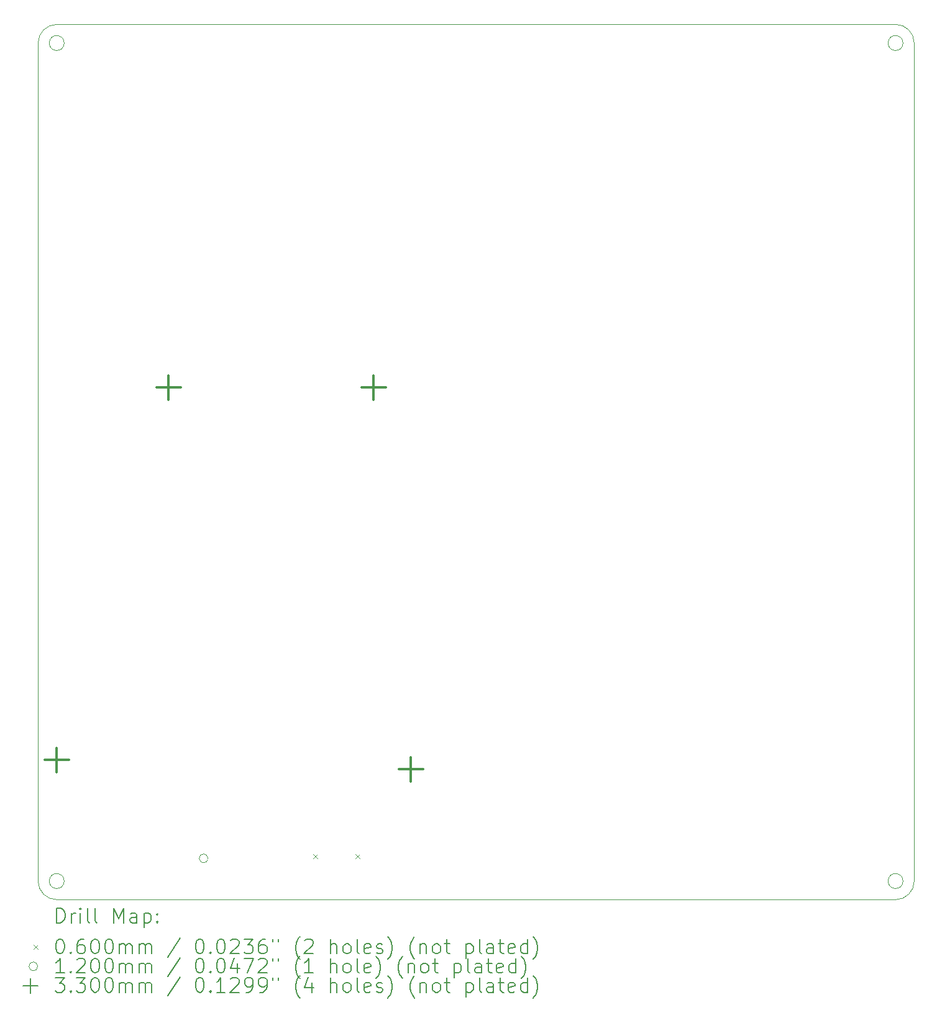
<source format=gbr>
%TF.GenerationSoftware,KiCad,Pcbnew,(6.0.9)*%
%TF.CreationDate,2023-02-20T14:31:16-05:00*%
%TF.ProjectId,UDuino,55447569-6e6f-42e6-9b69-6361645f7063,rev?*%
%TF.SameCoordinates,Original*%
%TF.FileFunction,Drillmap*%
%TF.FilePolarity,Positive*%
%FSLAX45Y45*%
G04 Gerber Fmt 4.5, Leading zero omitted, Abs format (unit mm)*
G04 Created by KiCad (PCBNEW (6.0.9)) date 2023-02-20 14:31:16*
%MOMM*%
%LPD*%
G01*
G04 APERTURE LIST*
%ADD10C,0.100000*%
%ADD11C,0.200000*%
%ADD12C,0.060000*%
%ADD13C,0.120000*%
%ADD14C,0.330000*%
G04 APERTURE END LIST*
D10*
X11684000Y-11938000D02*
G75*
G03*
X11938000Y-11684000I0J254000D01*
G01*
X11938000Y-11684000D02*
X11938000Y-254000D01*
X254000Y0D02*
G75*
G03*
X0Y-254000I0J-254000D01*
G01*
X11785600Y-254000D02*
G75*
G03*
X11785600Y-254000I-101600J0D01*
G01*
X11684000Y0D02*
X254000Y0D01*
X355600Y-11684000D02*
G75*
G03*
X355600Y-11684000I-101600J0D01*
G01*
X0Y-254000D02*
X0Y-11684000D01*
X0Y-11684000D02*
G75*
G03*
X254000Y-11938000I254000J0D01*
G01*
X355600Y-254000D02*
G75*
G03*
X355600Y-254000I-101600J0D01*
G01*
X11938000Y-254000D02*
G75*
G03*
X11684000Y0I-254000J0D01*
G01*
X11785600Y-11684000D02*
G75*
G03*
X11785600Y-11684000I-101600J0D01*
G01*
X254000Y-11938000D02*
X11684000Y-11938000D01*
D11*
D12*
X3745000Y-11319900D02*
X3805000Y-11379900D01*
X3805000Y-11319900D02*
X3745000Y-11379900D01*
X4323000Y-11319900D02*
X4383000Y-11379900D01*
X4383000Y-11319900D02*
X4323000Y-11379900D01*
D13*
X2315000Y-11374300D02*
G75*
G03*
X2315000Y-11374300I-60000J0D01*
G01*
D14*
X254000Y-9868000D02*
X254000Y-10198000D01*
X89000Y-10033000D02*
X419000Y-10033000D01*
X1778000Y-4788000D02*
X1778000Y-5118000D01*
X1613000Y-4953000D02*
X1943000Y-4953000D01*
X4572000Y-4788000D02*
X4572000Y-5118000D01*
X4407000Y-4953000D02*
X4737000Y-4953000D01*
X5080000Y-9995000D02*
X5080000Y-10325000D01*
X4915000Y-10160000D02*
X5245000Y-10160000D01*
D11*
X252619Y-12253476D02*
X252619Y-12053476D01*
X300238Y-12053476D01*
X328810Y-12063000D01*
X347857Y-12082048D01*
X357381Y-12101095D01*
X366905Y-12139190D01*
X366905Y-12167762D01*
X357381Y-12205857D01*
X347857Y-12224905D01*
X328810Y-12243952D01*
X300238Y-12253476D01*
X252619Y-12253476D01*
X452619Y-12253476D02*
X452619Y-12120143D01*
X452619Y-12158238D02*
X462143Y-12139190D01*
X471667Y-12129667D01*
X490714Y-12120143D01*
X509762Y-12120143D01*
X576429Y-12253476D02*
X576429Y-12120143D01*
X576429Y-12053476D02*
X566905Y-12063000D01*
X576429Y-12072524D01*
X585952Y-12063000D01*
X576429Y-12053476D01*
X576429Y-12072524D01*
X700238Y-12253476D02*
X681190Y-12243952D01*
X671667Y-12224905D01*
X671667Y-12053476D01*
X805000Y-12253476D02*
X785952Y-12243952D01*
X776428Y-12224905D01*
X776428Y-12053476D01*
X1033571Y-12253476D02*
X1033571Y-12053476D01*
X1100238Y-12196333D01*
X1166905Y-12053476D01*
X1166905Y-12253476D01*
X1347857Y-12253476D02*
X1347857Y-12148714D01*
X1338333Y-12129667D01*
X1319286Y-12120143D01*
X1281190Y-12120143D01*
X1262143Y-12129667D01*
X1347857Y-12243952D02*
X1328810Y-12253476D01*
X1281190Y-12253476D01*
X1262143Y-12243952D01*
X1252619Y-12224905D01*
X1252619Y-12205857D01*
X1262143Y-12186809D01*
X1281190Y-12177286D01*
X1328810Y-12177286D01*
X1347857Y-12167762D01*
X1443095Y-12120143D02*
X1443095Y-12320143D01*
X1443095Y-12129667D02*
X1462143Y-12120143D01*
X1500238Y-12120143D01*
X1519286Y-12129667D01*
X1528809Y-12139190D01*
X1538333Y-12158238D01*
X1538333Y-12215381D01*
X1528809Y-12234428D01*
X1519286Y-12243952D01*
X1500238Y-12253476D01*
X1462143Y-12253476D01*
X1443095Y-12243952D01*
X1624048Y-12234428D02*
X1633571Y-12243952D01*
X1624048Y-12253476D01*
X1614524Y-12243952D01*
X1624048Y-12234428D01*
X1624048Y-12253476D01*
X1624048Y-12129667D02*
X1633571Y-12139190D01*
X1624048Y-12148714D01*
X1614524Y-12139190D01*
X1624048Y-12129667D01*
X1624048Y-12148714D01*
D12*
X-65000Y-12553000D02*
X-5000Y-12613000D01*
X-5000Y-12553000D02*
X-65000Y-12613000D01*
D11*
X290714Y-12473476D02*
X309762Y-12473476D01*
X328810Y-12483000D01*
X338333Y-12492524D01*
X347857Y-12511571D01*
X357381Y-12549667D01*
X357381Y-12597286D01*
X347857Y-12635381D01*
X338333Y-12654428D01*
X328810Y-12663952D01*
X309762Y-12673476D01*
X290714Y-12673476D01*
X271667Y-12663952D01*
X262143Y-12654428D01*
X252619Y-12635381D01*
X243095Y-12597286D01*
X243095Y-12549667D01*
X252619Y-12511571D01*
X262143Y-12492524D01*
X271667Y-12483000D01*
X290714Y-12473476D01*
X443095Y-12654428D02*
X452619Y-12663952D01*
X443095Y-12673476D01*
X433571Y-12663952D01*
X443095Y-12654428D01*
X443095Y-12673476D01*
X624048Y-12473476D02*
X585952Y-12473476D01*
X566905Y-12483000D01*
X557381Y-12492524D01*
X538333Y-12521095D01*
X528810Y-12559190D01*
X528810Y-12635381D01*
X538333Y-12654428D01*
X547857Y-12663952D01*
X566905Y-12673476D01*
X605000Y-12673476D01*
X624048Y-12663952D01*
X633571Y-12654428D01*
X643095Y-12635381D01*
X643095Y-12587762D01*
X633571Y-12568714D01*
X624048Y-12559190D01*
X605000Y-12549667D01*
X566905Y-12549667D01*
X547857Y-12559190D01*
X538333Y-12568714D01*
X528810Y-12587762D01*
X766905Y-12473476D02*
X785952Y-12473476D01*
X805000Y-12483000D01*
X814524Y-12492524D01*
X824048Y-12511571D01*
X833571Y-12549667D01*
X833571Y-12597286D01*
X824048Y-12635381D01*
X814524Y-12654428D01*
X805000Y-12663952D01*
X785952Y-12673476D01*
X766905Y-12673476D01*
X747857Y-12663952D01*
X738333Y-12654428D01*
X728809Y-12635381D01*
X719286Y-12597286D01*
X719286Y-12549667D01*
X728809Y-12511571D01*
X738333Y-12492524D01*
X747857Y-12483000D01*
X766905Y-12473476D01*
X957381Y-12473476D02*
X976428Y-12473476D01*
X995476Y-12483000D01*
X1005000Y-12492524D01*
X1014524Y-12511571D01*
X1024048Y-12549667D01*
X1024048Y-12597286D01*
X1014524Y-12635381D01*
X1005000Y-12654428D01*
X995476Y-12663952D01*
X976428Y-12673476D01*
X957381Y-12673476D01*
X938333Y-12663952D01*
X928809Y-12654428D01*
X919286Y-12635381D01*
X909762Y-12597286D01*
X909762Y-12549667D01*
X919286Y-12511571D01*
X928809Y-12492524D01*
X938333Y-12483000D01*
X957381Y-12473476D01*
X1109762Y-12673476D02*
X1109762Y-12540143D01*
X1109762Y-12559190D02*
X1119286Y-12549667D01*
X1138333Y-12540143D01*
X1166905Y-12540143D01*
X1185952Y-12549667D01*
X1195476Y-12568714D01*
X1195476Y-12673476D01*
X1195476Y-12568714D02*
X1205000Y-12549667D01*
X1224048Y-12540143D01*
X1252619Y-12540143D01*
X1271667Y-12549667D01*
X1281190Y-12568714D01*
X1281190Y-12673476D01*
X1376429Y-12673476D02*
X1376429Y-12540143D01*
X1376429Y-12559190D02*
X1385952Y-12549667D01*
X1405000Y-12540143D01*
X1433571Y-12540143D01*
X1452619Y-12549667D01*
X1462143Y-12568714D01*
X1462143Y-12673476D01*
X1462143Y-12568714D02*
X1471667Y-12549667D01*
X1490714Y-12540143D01*
X1519286Y-12540143D01*
X1538333Y-12549667D01*
X1547857Y-12568714D01*
X1547857Y-12673476D01*
X1938333Y-12463952D02*
X1766905Y-12721095D01*
X2195476Y-12473476D02*
X2214524Y-12473476D01*
X2233571Y-12483000D01*
X2243095Y-12492524D01*
X2252619Y-12511571D01*
X2262143Y-12549667D01*
X2262143Y-12597286D01*
X2252619Y-12635381D01*
X2243095Y-12654428D01*
X2233571Y-12663952D01*
X2214524Y-12673476D01*
X2195476Y-12673476D01*
X2176429Y-12663952D01*
X2166905Y-12654428D01*
X2157381Y-12635381D01*
X2147857Y-12597286D01*
X2147857Y-12549667D01*
X2157381Y-12511571D01*
X2166905Y-12492524D01*
X2176429Y-12483000D01*
X2195476Y-12473476D01*
X2347857Y-12654428D02*
X2357381Y-12663952D01*
X2347857Y-12673476D01*
X2338333Y-12663952D01*
X2347857Y-12654428D01*
X2347857Y-12673476D01*
X2481190Y-12473476D02*
X2500238Y-12473476D01*
X2519286Y-12483000D01*
X2528810Y-12492524D01*
X2538333Y-12511571D01*
X2547857Y-12549667D01*
X2547857Y-12597286D01*
X2538333Y-12635381D01*
X2528810Y-12654428D01*
X2519286Y-12663952D01*
X2500238Y-12673476D01*
X2481190Y-12673476D01*
X2462143Y-12663952D01*
X2452619Y-12654428D01*
X2443095Y-12635381D01*
X2433571Y-12597286D01*
X2433571Y-12549667D01*
X2443095Y-12511571D01*
X2452619Y-12492524D01*
X2462143Y-12483000D01*
X2481190Y-12473476D01*
X2624048Y-12492524D02*
X2633571Y-12483000D01*
X2652619Y-12473476D01*
X2700238Y-12473476D01*
X2719286Y-12483000D01*
X2728810Y-12492524D01*
X2738333Y-12511571D01*
X2738333Y-12530619D01*
X2728810Y-12559190D01*
X2614524Y-12673476D01*
X2738333Y-12673476D01*
X2805000Y-12473476D02*
X2928809Y-12473476D01*
X2862143Y-12549667D01*
X2890714Y-12549667D01*
X2909762Y-12559190D01*
X2919286Y-12568714D01*
X2928809Y-12587762D01*
X2928809Y-12635381D01*
X2919286Y-12654428D01*
X2909762Y-12663952D01*
X2890714Y-12673476D01*
X2833571Y-12673476D01*
X2814524Y-12663952D01*
X2805000Y-12654428D01*
X3100238Y-12473476D02*
X3062143Y-12473476D01*
X3043095Y-12483000D01*
X3033571Y-12492524D01*
X3014524Y-12521095D01*
X3005000Y-12559190D01*
X3005000Y-12635381D01*
X3014524Y-12654428D01*
X3024048Y-12663952D01*
X3043095Y-12673476D01*
X3081190Y-12673476D01*
X3100238Y-12663952D01*
X3109762Y-12654428D01*
X3119286Y-12635381D01*
X3119286Y-12587762D01*
X3109762Y-12568714D01*
X3100238Y-12559190D01*
X3081190Y-12549667D01*
X3043095Y-12549667D01*
X3024048Y-12559190D01*
X3014524Y-12568714D01*
X3005000Y-12587762D01*
X3195476Y-12473476D02*
X3195476Y-12511571D01*
X3271667Y-12473476D02*
X3271667Y-12511571D01*
X3566905Y-12749667D02*
X3557381Y-12740143D01*
X3538333Y-12711571D01*
X3528809Y-12692524D01*
X3519286Y-12663952D01*
X3509762Y-12616333D01*
X3509762Y-12578238D01*
X3519286Y-12530619D01*
X3528809Y-12502048D01*
X3538333Y-12483000D01*
X3557381Y-12454428D01*
X3566905Y-12444905D01*
X3633571Y-12492524D02*
X3643095Y-12483000D01*
X3662143Y-12473476D01*
X3709762Y-12473476D01*
X3728809Y-12483000D01*
X3738333Y-12492524D01*
X3747857Y-12511571D01*
X3747857Y-12530619D01*
X3738333Y-12559190D01*
X3624048Y-12673476D01*
X3747857Y-12673476D01*
X3985952Y-12673476D02*
X3985952Y-12473476D01*
X4071667Y-12673476D02*
X4071667Y-12568714D01*
X4062143Y-12549667D01*
X4043095Y-12540143D01*
X4014524Y-12540143D01*
X3995476Y-12549667D01*
X3985952Y-12559190D01*
X4195476Y-12673476D02*
X4176428Y-12663952D01*
X4166905Y-12654428D01*
X4157381Y-12635381D01*
X4157381Y-12578238D01*
X4166905Y-12559190D01*
X4176428Y-12549667D01*
X4195476Y-12540143D01*
X4224048Y-12540143D01*
X4243095Y-12549667D01*
X4252619Y-12559190D01*
X4262143Y-12578238D01*
X4262143Y-12635381D01*
X4252619Y-12654428D01*
X4243095Y-12663952D01*
X4224048Y-12673476D01*
X4195476Y-12673476D01*
X4376429Y-12673476D02*
X4357381Y-12663952D01*
X4347857Y-12644905D01*
X4347857Y-12473476D01*
X4528810Y-12663952D02*
X4509762Y-12673476D01*
X4471667Y-12673476D01*
X4452619Y-12663952D01*
X4443095Y-12644905D01*
X4443095Y-12568714D01*
X4452619Y-12549667D01*
X4471667Y-12540143D01*
X4509762Y-12540143D01*
X4528810Y-12549667D01*
X4538333Y-12568714D01*
X4538333Y-12587762D01*
X4443095Y-12606809D01*
X4614524Y-12663952D02*
X4633571Y-12673476D01*
X4671667Y-12673476D01*
X4690714Y-12663952D01*
X4700238Y-12644905D01*
X4700238Y-12635381D01*
X4690714Y-12616333D01*
X4671667Y-12606809D01*
X4643095Y-12606809D01*
X4624048Y-12597286D01*
X4614524Y-12578238D01*
X4614524Y-12568714D01*
X4624048Y-12549667D01*
X4643095Y-12540143D01*
X4671667Y-12540143D01*
X4690714Y-12549667D01*
X4766905Y-12749667D02*
X4776429Y-12740143D01*
X4795476Y-12711571D01*
X4805000Y-12692524D01*
X4814524Y-12663952D01*
X4824048Y-12616333D01*
X4824048Y-12578238D01*
X4814524Y-12530619D01*
X4805000Y-12502048D01*
X4795476Y-12483000D01*
X4776429Y-12454428D01*
X4766905Y-12444905D01*
X5128810Y-12749667D02*
X5119286Y-12740143D01*
X5100238Y-12711571D01*
X5090714Y-12692524D01*
X5081190Y-12663952D01*
X5071667Y-12616333D01*
X5071667Y-12578238D01*
X5081190Y-12530619D01*
X5090714Y-12502048D01*
X5100238Y-12483000D01*
X5119286Y-12454428D01*
X5128810Y-12444905D01*
X5205000Y-12540143D02*
X5205000Y-12673476D01*
X5205000Y-12559190D02*
X5214524Y-12549667D01*
X5233571Y-12540143D01*
X5262143Y-12540143D01*
X5281190Y-12549667D01*
X5290714Y-12568714D01*
X5290714Y-12673476D01*
X5414524Y-12673476D02*
X5395476Y-12663952D01*
X5385952Y-12654428D01*
X5376429Y-12635381D01*
X5376429Y-12578238D01*
X5385952Y-12559190D01*
X5395476Y-12549667D01*
X5414524Y-12540143D01*
X5443095Y-12540143D01*
X5462143Y-12549667D01*
X5471667Y-12559190D01*
X5481190Y-12578238D01*
X5481190Y-12635381D01*
X5471667Y-12654428D01*
X5462143Y-12663952D01*
X5443095Y-12673476D01*
X5414524Y-12673476D01*
X5538333Y-12540143D02*
X5614524Y-12540143D01*
X5566905Y-12473476D02*
X5566905Y-12644905D01*
X5576429Y-12663952D01*
X5595476Y-12673476D01*
X5614524Y-12673476D01*
X5833571Y-12540143D02*
X5833571Y-12740143D01*
X5833571Y-12549667D02*
X5852619Y-12540143D01*
X5890714Y-12540143D01*
X5909762Y-12549667D01*
X5919286Y-12559190D01*
X5928809Y-12578238D01*
X5928809Y-12635381D01*
X5919286Y-12654428D01*
X5909762Y-12663952D01*
X5890714Y-12673476D01*
X5852619Y-12673476D01*
X5833571Y-12663952D01*
X6043095Y-12673476D02*
X6024048Y-12663952D01*
X6014524Y-12644905D01*
X6014524Y-12473476D01*
X6205000Y-12673476D02*
X6205000Y-12568714D01*
X6195476Y-12549667D01*
X6176428Y-12540143D01*
X6138333Y-12540143D01*
X6119286Y-12549667D01*
X6205000Y-12663952D02*
X6185952Y-12673476D01*
X6138333Y-12673476D01*
X6119286Y-12663952D01*
X6109762Y-12644905D01*
X6109762Y-12625857D01*
X6119286Y-12606809D01*
X6138333Y-12597286D01*
X6185952Y-12597286D01*
X6205000Y-12587762D01*
X6271667Y-12540143D02*
X6347857Y-12540143D01*
X6300238Y-12473476D02*
X6300238Y-12644905D01*
X6309762Y-12663952D01*
X6328809Y-12673476D01*
X6347857Y-12673476D01*
X6490714Y-12663952D02*
X6471667Y-12673476D01*
X6433571Y-12673476D01*
X6414524Y-12663952D01*
X6405000Y-12644905D01*
X6405000Y-12568714D01*
X6414524Y-12549667D01*
X6433571Y-12540143D01*
X6471667Y-12540143D01*
X6490714Y-12549667D01*
X6500238Y-12568714D01*
X6500238Y-12587762D01*
X6405000Y-12606809D01*
X6671667Y-12673476D02*
X6671667Y-12473476D01*
X6671667Y-12663952D02*
X6652619Y-12673476D01*
X6614524Y-12673476D01*
X6595476Y-12663952D01*
X6585952Y-12654428D01*
X6576428Y-12635381D01*
X6576428Y-12578238D01*
X6585952Y-12559190D01*
X6595476Y-12549667D01*
X6614524Y-12540143D01*
X6652619Y-12540143D01*
X6671667Y-12549667D01*
X6747857Y-12749667D02*
X6757381Y-12740143D01*
X6776428Y-12711571D01*
X6785952Y-12692524D01*
X6795476Y-12663952D01*
X6805000Y-12616333D01*
X6805000Y-12578238D01*
X6795476Y-12530619D01*
X6785952Y-12502048D01*
X6776428Y-12483000D01*
X6757381Y-12454428D01*
X6747857Y-12444905D01*
D13*
X-5000Y-12847000D02*
G75*
G03*
X-5000Y-12847000I-60000J0D01*
G01*
D11*
X357381Y-12937476D02*
X243095Y-12937476D01*
X300238Y-12937476D02*
X300238Y-12737476D01*
X281190Y-12766048D01*
X262143Y-12785095D01*
X243095Y-12794619D01*
X443095Y-12918428D02*
X452619Y-12927952D01*
X443095Y-12937476D01*
X433571Y-12927952D01*
X443095Y-12918428D01*
X443095Y-12937476D01*
X528810Y-12756524D02*
X538333Y-12747000D01*
X557381Y-12737476D01*
X605000Y-12737476D01*
X624048Y-12747000D01*
X633571Y-12756524D01*
X643095Y-12775571D01*
X643095Y-12794619D01*
X633571Y-12823190D01*
X519286Y-12937476D01*
X643095Y-12937476D01*
X766905Y-12737476D02*
X785952Y-12737476D01*
X805000Y-12747000D01*
X814524Y-12756524D01*
X824048Y-12775571D01*
X833571Y-12813667D01*
X833571Y-12861286D01*
X824048Y-12899381D01*
X814524Y-12918428D01*
X805000Y-12927952D01*
X785952Y-12937476D01*
X766905Y-12937476D01*
X747857Y-12927952D01*
X738333Y-12918428D01*
X728809Y-12899381D01*
X719286Y-12861286D01*
X719286Y-12813667D01*
X728809Y-12775571D01*
X738333Y-12756524D01*
X747857Y-12747000D01*
X766905Y-12737476D01*
X957381Y-12737476D02*
X976428Y-12737476D01*
X995476Y-12747000D01*
X1005000Y-12756524D01*
X1014524Y-12775571D01*
X1024048Y-12813667D01*
X1024048Y-12861286D01*
X1014524Y-12899381D01*
X1005000Y-12918428D01*
X995476Y-12927952D01*
X976428Y-12937476D01*
X957381Y-12937476D01*
X938333Y-12927952D01*
X928809Y-12918428D01*
X919286Y-12899381D01*
X909762Y-12861286D01*
X909762Y-12813667D01*
X919286Y-12775571D01*
X928809Y-12756524D01*
X938333Y-12747000D01*
X957381Y-12737476D01*
X1109762Y-12937476D02*
X1109762Y-12804143D01*
X1109762Y-12823190D02*
X1119286Y-12813667D01*
X1138333Y-12804143D01*
X1166905Y-12804143D01*
X1185952Y-12813667D01*
X1195476Y-12832714D01*
X1195476Y-12937476D01*
X1195476Y-12832714D02*
X1205000Y-12813667D01*
X1224048Y-12804143D01*
X1252619Y-12804143D01*
X1271667Y-12813667D01*
X1281190Y-12832714D01*
X1281190Y-12937476D01*
X1376429Y-12937476D02*
X1376429Y-12804143D01*
X1376429Y-12823190D02*
X1385952Y-12813667D01*
X1405000Y-12804143D01*
X1433571Y-12804143D01*
X1452619Y-12813667D01*
X1462143Y-12832714D01*
X1462143Y-12937476D01*
X1462143Y-12832714D02*
X1471667Y-12813667D01*
X1490714Y-12804143D01*
X1519286Y-12804143D01*
X1538333Y-12813667D01*
X1547857Y-12832714D01*
X1547857Y-12937476D01*
X1938333Y-12727952D02*
X1766905Y-12985095D01*
X2195476Y-12737476D02*
X2214524Y-12737476D01*
X2233571Y-12747000D01*
X2243095Y-12756524D01*
X2252619Y-12775571D01*
X2262143Y-12813667D01*
X2262143Y-12861286D01*
X2252619Y-12899381D01*
X2243095Y-12918428D01*
X2233571Y-12927952D01*
X2214524Y-12937476D01*
X2195476Y-12937476D01*
X2176429Y-12927952D01*
X2166905Y-12918428D01*
X2157381Y-12899381D01*
X2147857Y-12861286D01*
X2147857Y-12813667D01*
X2157381Y-12775571D01*
X2166905Y-12756524D01*
X2176429Y-12747000D01*
X2195476Y-12737476D01*
X2347857Y-12918428D02*
X2357381Y-12927952D01*
X2347857Y-12937476D01*
X2338333Y-12927952D01*
X2347857Y-12918428D01*
X2347857Y-12937476D01*
X2481190Y-12737476D02*
X2500238Y-12737476D01*
X2519286Y-12747000D01*
X2528810Y-12756524D01*
X2538333Y-12775571D01*
X2547857Y-12813667D01*
X2547857Y-12861286D01*
X2538333Y-12899381D01*
X2528810Y-12918428D01*
X2519286Y-12927952D01*
X2500238Y-12937476D01*
X2481190Y-12937476D01*
X2462143Y-12927952D01*
X2452619Y-12918428D01*
X2443095Y-12899381D01*
X2433571Y-12861286D01*
X2433571Y-12813667D01*
X2443095Y-12775571D01*
X2452619Y-12756524D01*
X2462143Y-12747000D01*
X2481190Y-12737476D01*
X2719286Y-12804143D02*
X2719286Y-12937476D01*
X2671667Y-12727952D02*
X2624048Y-12870809D01*
X2747857Y-12870809D01*
X2805000Y-12737476D02*
X2938333Y-12737476D01*
X2852619Y-12937476D01*
X3005000Y-12756524D02*
X3014524Y-12747000D01*
X3033571Y-12737476D01*
X3081190Y-12737476D01*
X3100238Y-12747000D01*
X3109762Y-12756524D01*
X3119286Y-12775571D01*
X3119286Y-12794619D01*
X3109762Y-12823190D01*
X2995476Y-12937476D01*
X3119286Y-12937476D01*
X3195476Y-12737476D02*
X3195476Y-12775571D01*
X3271667Y-12737476D02*
X3271667Y-12775571D01*
X3566905Y-13013667D02*
X3557381Y-13004143D01*
X3538333Y-12975571D01*
X3528809Y-12956524D01*
X3519286Y-12927952D01*
X3509762Y-12880333D01*
X3509762Y-12842238D01*
X3519286Y-12794619D01*
X3528809Y-12766048D01*
X3538333Y-12747000D01*
X3557381Y-12718428D01*
X3566905Y-12708905D01*
X3747857Y-12937476D02*
X3633571Y-12937476D01*
X3690714Y-12937476D02*
X3690714Y-12737476D01*
X3671667Y-12766048D01*
X3652619Y-12785095D01*
X3633571Y-12794619D01*
X3985952Y-12937476D02*
X3985952Y-12737476D01*
X4071667Y-12937476D02*
X4071667Y-12832714D01*
X4062143Y-12813667D01*
X4043095Y-12804143D01*
X4014524Y-12804143D01*
X3995476Y-12813667D01*
X3985952Y-12823190D01*
X4195476Y-12937476D02*
X4176428Y-12927952D01*
X4166905Y-12918428D01*
X4157381Y-12899381D01*
X4157381Y-12842238D01*
X4166905Y-12823190D01*
X4176428Y-12813667D01*
X4195476Y-12804143D01*
X4224048Y-12804143D01*
X4243095Y-12813667D01*
X4252619Y-12823190D01*
X4262143Y-12842238D01*
X4262143Y-12899381D01*
X4252619Y-12918428D01*
X4243095Y-12927952D01*
X4224048Y-12937476D01*
X4195476Y-12937476D01*
X4376429Y-12937476D02*
X4357381Y-12927952D01*
X4347857Y-12908905D01*
X4347857Y-12737476D01*
X4528810Y-12927952D02*
X4509762Y-12937476D01*
X4471667Y-12937476D01*
X4452619Y-12927952D01*
X4443095Y-12908905D01*
X4443095Y-12832714D01*
X4452619Y-12813667D01*
X4471667Y-12804143D01*
X4509762Y-12804143D01*
X4528810Y-12813667D01*
X4538333Y-12832714D01*
X4538333Y-12851762D01*
X4443095Y-12870809D01*
X4605000Y-13013667D02*
X4614524Y-13004143D01*
X4633571Y-12975571D01*
X4643095Y-12956524D01*
X4652619Y-12927952D01*
X4662143Y-12880333D01*
X4662143Y-12842238D01*
X4652619Y-12794619D01*
X4643095Y-12766048D01*
X4633571Y-12747000D01*
X4614524Y-12718428D01*
X4605000Y-12708905D01*
X4966905Y-13013667D02*
X4957381Y-13004143D01*
X4938333Y-12975571D01*
X4928810Y-12956524D01*
X4919286Y-12927952D01*
X4909762Y-12880333D01*
X4909762Y-12842238D01*
X4919286Y-12794619D01*
X4928810Y-12766048D01*
X4938333Y-12747000D01*
X4957381Y-12718428D01*
X4966905Y-12708905D01*
X5043095Y-12804143D02*
X5043095Y-12937476D01*
X5043095Y-12823190D02*
X5052619Y-12813667D01*
X5071667Y-12804143D01*
X5100238Y-12804143D01*
X5119286Y-12813667D01*
X5128810Y-12832714D01*
X5128810Y-12937476D01*
X5252619Y-12937476D02*
X5233571Y-12927952D01*
X5224048Y-12918428D01*
X5214524Y-12899381D01*
X5214524Y-12842238D01*
X5224048Y-12823190D01*
X5233571Y-12813667D01*
X5252619Y-12804143D01*
X5281190Y-12804143D01*
X5300238Y-12813667D01*
X5309762Y-12823190D01*
X5319286Y-12842238D01*
X5319286Y-12899381D01*
X5309762Y-12918428D01*
X5300238Y-12927952D01*
X5281190Y-12937476D01*
X5252619Y-12937476D01*
X5376429Y-12804143D02*
X5452619Y-12804143D01*
X5405000Y-12737476D02*
X5405000Y-12908905D01*
X5414524Y-12927952D01*
X5433571Y-12937476D01*
X5452619Y-12937476D01*
X5671667Y-12804143D02*
X5671667Y-13004143D01*
X5671667Y-12813667D02*
X5690714Y-12804143D01*
X5728809Y-12804143D01*
X5747857Y-12813667D01*
X5757381Y-12823190D01*
X5766905Y-12842238D01*
X5766905Y-12899381D01*
X5757381Y-12918428D01*
X5747857Y-12927952D01*
X5728809Y-12937476D01*
X5690714Y-12937476D01*
X5671667Y-12927952D01*
X5881190Y-12937476D02*
X5862143Y-12927952D01*
X5852619Y-12908905D01*
X5852619Y-12737476D01*
X6043095Y-12937476D02*
X6043095Y-12832714D01*
X6033571Y-12813667D01*
X6014524Y-12804143D01*
X5976428Y-12804143D01*
X5957381Y-12813667D01*
X6043095Y-12927952D02*
X6024048Y-12937476D01*
X5976428Y-12937476D01*
X5957381Y-12927952D01*
X5947857Y-12908905D01*
X5947857Y-12889857D01*
X5957381Y-12870809D01*
X5976428Y-12861286D01*
X6024048Y-12861286D01*
X6043095Y-12851762D01*
X6109762Y-12804143D02*
X6185952Y-12804143D01*
X6138333Y-12737476D02*
X6138333Y-12908905D01*
X6147857Y-12927952D01*
X6166905Y-12937476D01*
X6185952Y-12937476D01*
X6328809Y-12927952D02*
X6309762Y-12937476D01*
X6271667Y-12937476D01*
X6252619Y-12927952D01*
X6243095Y-12908905D01*
X6243095Y-12832714D01*
X6252619Y-12813667D01*
X6271667Y-12804143D01*
X6309762Y-12804143D01*
X6328809Y-12813667D01*
X6338333Y-12832714D01*
X6338333Y-12851762D01*
X6243095Y-12870809D01*
X6509762Y-12937476D02*
X6509762Y-12737476D01*
X6509762Y-12927952D02*
X6490714Y-12937476D01*
X6452619Y-12937476D01*
X6433571Y-12927952D01*
X6424048Y-12918428D01*
X6414524Y-12899381D01*
X6414524Y-12842238D01*
X6424048Y-12823190D01*
X6433571Y-12813667D01*
X6452619Y-12804143D01*
X6490714Y-12804143D01*
X6509762Y-12813667D01*
X6585952Y-13013667D02*
X6595476Y-13004143D01*
X6614524Y-12975571D01*
X6624048Y-12956524D01*
X6633571Y-12927952D01*
X6643095Y-12880333D01*
X6643095Y-12842238D01*
X6633571Y-12794619D01*
X6624048Y-12766048D01*
X6614524Y-12747000D01*
X6595476Y-12718428D01*
X6585952Y-12708905D01*
X-105000Y-13011000D02*
X-105000Y-13211000D01*
X-205000Y-13111000D02*
X-5000Y-13111000D01*
X233571Y-13001476D02*
X357381Y-13001476D01*
X290714Y-13077667D01*
X319286Y-13077667D01*
X338333Y-13087190D01*
X347857Y-13096714D01*
X357381Y-13115762D01*
X357381Y-13163381D01*
X347857Y-13182428D01*
X338333Y-13191952D01*
X319286Y-13201476D01*
X262143Y-13201476D01*
X243095Y-13191952D01*
X233571Y-13182428D01*
X443095Y-13182428D02*
X452619Y-13191952D01*
X443095Y-13201476D01*
X433571Y-13191952D01*
X443095Y-13182428D01*
X443095Y-13201476D01*
X519286Y-13001476D02*
X643095Y-13001476D01*
X576429Y-13077667D01*
X605000Y-13077667D01*
X624048Y-13087190D01*
X633571Y-13096714D01*
X643095Y-13115762D01*
X643095Y-13163381D01*
X633571Y-13182428D01*
X624048Y-13191952D01*
X605000Y-13201476D01*
X547857Y-13201476D01*
X528810Y-13191952D01*
X519286Y-13182428D01*
X766905Y-13001476D02*
X785952Y-13001476D01*
X805000Y-13011000D01*
X814524Y-13020524D01*
X824048Y-13039571D01*
X833571Y-13077667D01*
X833571Y-13125286D01*
X824048Y-13163381D01*
X814524Y-13182428D01*
X805000Y-13191952D01*
X785952Y-13201476D01*
X766905Y-13201476D01*
X747857Y-13191952D01*
X738333Y-13182428D01*
X728809Y-13163381D01*
X719286Y-13125286D01*
X719286Y-13077667D01*
X728809Y-13039571D01*
X738333Y-13020524D01*
X747857Y-13011000D01*
X766905Y-13001476D01*
X957381Y-13001476D02*
X976428Y-13001476D01*
X995476Y-13011000D01*
X1005000Y-13020524D01*
X1014524Y-13039571D01*
X1024048Y-13077667D01*
X1024048Y-13125286D01*
X1014524Y-13163381D01*
X1005000Y-13182428D01*
X995476Y-13191952D01*
X976428Y-13201476D01*
X957381Y-13201476D01*
X938333Y-13191952D01*
X928809Y-13182428D01*
X919286Y-13163381D01*
X909762Y-13125286D01*
X909762Y-13077667D01*
X919286Y-13039571D01*
X928809Y-13020524D01*
X938333Y-13011000D01*
X957381Y-13001476D01*
X1109762Y-13201476D02*
X1109762Y-13068143D01*
X1109762Y-13087190D02*
X1119286Y-13077667D01*
X1138333Y-13068143D01*
X1166905Y-13068143D01*
X1185952Y-13077667D01*
X1195476Y-13096714D01*
X1195476Y-13201476D01*
X1195476Y-13096714D02*
X1205000Y-13077667D01*
X1224048Y-13068143D01*
X1252619Y-13068143D01*
X1271667Y-13077667D01*
X1281190Y-13096714D01*
X1281190Y-13201476D01*
X1376429Y-13201476D02*
X1376429Y-13068143D01*
X1376429Y-13087190D02*
X1385952Y-13077667D01*
X1405000Y-13068143D01*
X1433571Y-13068143D01*
X1452619Y-13077667D01*
X1462143Y-13096714D01*
X1462143Y-13201476D01*
X1462143Y-13096714D02*
X1471667Y-13077667D01*
X1490714Y-13068143D01*
X1519286Y-13068143D01*
X1538333Y-13077667D01*
X1547857Y-13096714D01*
X1547857Y-13201476D01*
X1938333Y-12991952D02*
X1766905Y-13249095D01*
X2195476Y-13001476D02*
X2214524Y-13001476D01*
X2233571Y-13011000D01*
X2243095Y-13020524D01*
X2252619Y-13039571D01*
X2262143Y-13077667D01*
X2262143Y-13125286D01*
X2252619Y-13163381D01*
X2243095Y-13182428D01*
X2233571Y-13191952D01*
X2214524Y-13201476D01*
X2195476Y-13201476D01*
X2176429Y-13191952D01*
X2166905Y-13182428D01*
X2157381Y-13163381D01*
X2147857Y-13125286D01*
X2147857Y-13077667D01*
X2157381Y-13039571D01*
X2166905Y-13020524D01*
X2176429Y-13011000D01*
X2195476Y-13001476D01*
X2347857Y-13182428D02*
X2357381Y-13191952D01*
X2347857Y-13201476D01*
X2338333Y-13191952D01*
X2347857Y-13182428D01*
X2347857Y-13201476D01*
X2547857Y-13201476D02*
X2433571Y-13201476D01*
X2490714Y-13201476D02*
X2490714Y-13001476D01*
X2471667Y-13030048D01*
X2452619Y-13049095D01*
X2433571Y-13058619D01*
X2624048Y-13020524D02*
X2633571Y-13011000D01*
X2652619Y-13001476D01*
X2700238Y-13001476D01*
X2719286Y-13011000D01*
X2728810Y-13020524D01*
X2738333Y-13039571D01*
X2738333Y-13058619D01*
X2728810Y-13087190D01*
X2614524Y-13201476D01*
X2738333Y-13201476D01*
X2833571Y-13201476D02*
X2871667Y-13201476D01*
X2890714Y-13191952D01*
X2900238Y-13182428D01*
X2919286Y-13153857D01*
X2928809Y-13115762D01*
X2928809Y-13039571D01*
X2919286Y-13020524D01*
X2909762Y-13011000D01*
X2890714Y-13001476D01*
X2852619Y-13001476D01*
X2833571Y-13011000D01*
X2824048Y-13020524D01*
X2814524Y-13039571D01*
X2814524Y-13087190D01*
X2824048Y-13106238D01*
X2833571Y-13115762D01*
X2852619Y-13125286D01*
X2890714Y-13125286D01*
X2909762Y-13115762D01*
X2919286Y-13106238D01*
X2928809Y-13087190D01*
X3024048Y-13201476D02*
X3062143Y-13201476D01*
X3081190Y-13191952D01*
X3090714Y-13182428D01*
X3109762Y-13153857D01*
X3119286Y-13115762D01*
X3119286Y-13039571D01*
X3109762Y-13020524D01*
X3100238Y-13011000D01*
X3081190Y-13001476D01*
X3043095Y-13001476D01*
X3024048Y-13011000D01*
X3014524Y-13020524D01*
X3005000Y-13039571D01*
X3005000Y-13087190D01*
X3014524Y-13106238D01*
X3024048Y-13115762D01*
X3043095Y-13125286D01*
X3081190Y-13125286D01*
X3100238Y-13115762D01*
X3109762Y-13106238D01*
X3119286Y-13087190D01*
X3195476Y-13001476D02*
X3195476Y-13039571D01*
X3271667Y-13001476D02*
X3271667Y-13039571D01*
X3566905Y-13277667D02*
X3557381Y-13268143D01*
X3538333Y-13239571D01*
X3528809Y-13220524D01*
X3519286Y-13191952D01*
X3509762Y-13144333D01*
X3509762Y-13106238D01*
X3519286Y-13058619D01*
X3528809Y-13030048D01*
X3538333Y-13011000D01*
X3557381Y-12982428D01*
X3566905Y-12972905D01*
X3728809Y-13068143D02*
X3728809Y-13201476D01*
X3681190Y-12991952D02*
X3633571Y-13134809D01*
X3757381Y-13134809D01*
X3985952Y-13201476D02*
X3985952Y-13001476D01*
X4071667Y-13201476D02*
X4071667Y-13096714D01*
X4062143Y-13077667D01*
X4043095Y-13068143D01*
X4014524Y-13068143D01*
X3995476Y-13077667D01*
X3985952Y-13087190D01*
X4195476Y-13201476D02*
X4176428Y-13191952D01*
X4166905Y-13182428D01*
X4157381Y-13163381D01*
X4157381Y-13106238D01*
X4166905Y-13087190D01*
X4176428Y-13077667D01*
X4195476Y-13068143D01*
X4224048Y-13068143D01*
X4243095Y-13077667D01*
X4252619Y-13087190D01*
X4262143Y-13106238D01*
X4262143Y-13163381D01*
X4252619Y-13182428D01*
X4243095Y-13191952D01*
X4224048Y-13201476D01*
X4195476Y-13201476D01*
X4376429Y-13201476D02*
X4357381Y-13191952D01*
X4347857Y-13172905D01*
X4347857Y-13001476D01*
X4528810Y-13191952D02*
X4509762Y-13201476D01*
X4471667Y-13201476D01*
X4452619Y-13191952D01*
X4443095Y-13172905D01*
X4443095Y-13096714D01*
X4452619Y-13077667D01*
X4471667Y-13068143D01*
X4509762Y-13068143D01*
X4528810Y-13077667D01*
X4538333Y-13096714D01*
X4538333Y-13115762D01*
X4443095Y-13134809D01*
X4614524Y-13191952D02*
X4633571Y-13201476D01*
X4671667Y-13201476D01*
X4690714Y-13191952D01*
X4700238Y-13172905D01*
X4700238Y-13163381D01*
X4690714Y-13144333D01*
X4671667Y-13134809D01*
X4643095Y-13134809D01*
X4624048Y-13125286D01*
X4614524Y-13106238D01*
X4614524Y-13096714D01*
X4624048Y-13077667D01*
X4643095Y-13068143D01*
X4671667Y-13068143D01*
X4690714Y-13077667D01*
X4766905Y-13277667D02*
X4776429Y-13268143D01*
X4795476Y-13239571D01*
X4805000Y-13220524D01*
X4814524Y-13191952D01*
X4824048Y-13144333D01*
X4824048Y-13106238D01*
X4814524Y-13058619D01*
X4805000Y-13030048D01*
X4795476Y-13011000D01*
X4776429Y-12982428D01*
X4766905Y-12972905D01*
X5128810Y-13277667D02*
X5119286Y-13268143D01*
X5100238Y-13239571D01*
X5090714Y-13220524D01*
X5081190Y-13191952D01*
X5071667Y-13144333D01*
X5071667Y-13106238D01*
X5081190Y-13058619D01*
X5090714Y-13030048D01*
X5100238Y-13011000D01*
X5119286Y-12982428D01*
X5128810Y-12972905D01*
X5205000Y-13068143D02*
X5205000Y-13201476D01*
X5205000Y-13087190D02*
X5214524Y-13077667D01*
X5233571Y-13068143D01*
X5262143Y-13068143D01*
X5281190Y-13077667D01*
X5290714Y-13096714D01*
X5290714Y-13201476D01*
X5414524Y-13201476D02*
X5395476Y-13191952D01*
X5385952Y-13182428D01*
X5376429Y-13163381D01*
X5376429Y-13106238D01*
X5385952Y-13087190D01*
X5395476Y-13077667D01*
X5414524Y-13068143D01*
X5443095Y-13068143D01*
X5462143Y-13077667D01*
X5471667Y-13087190D01*
X5481190Y-13106238D01*
X5481190Y-13163381D01*
X5471667Y-13182428D01*
X5462143Y-13191952D01*
X5443095Y-13201476D01*
X5414524Y-13201476D01*
X5538333Y-13068143D02*
X5614524Y-13068143D01*
X5566905Y-13001476D02*
X5566905Y-13172905D01*
X5576429Y-13191952D01*
X5595476Y-13201476D01*
X5614524Y-13201476D01*
X5833571Y-13068143D02*
X5833571Y-13268143D01*
X5833571Y-13077667D02*
X5852619Y-13068143D01*
X5890714Y-13068143D01*
X5909762Y-13077667D01*
X5919286Y-13087190D01*
X5928809Y-13106238D01*
X5928809Y-13163381D01*
X5919286Y-13182428D01*
X5909762Y-13191952D01*
X5890714Y-13201476D01*
X5852619Y-13201476D01*
X5833571Y-13191952D01*
X6043095Y-13201476D02*
X6024048Y-13191952D01*
X6014524Y-13172905D01*
X6014524Y-13001476D01*
X6205000Y-13201476D02*
X6205000Y-13096714D01*
X6195476Y-13077667D01*
X6176428Y-13068143D01*
X6138333Y-13068143D01*
X6119286Y-13077667D01*
X6205000Y-13191952D02*
X6185952Y-13201476D01*
X6138333Y-13201476D01*
X6119286Y-13191952D01*
X6109762Y-13172905D01*
X6109762Y-13153857D01*
X6119286Y-13134809D01*
X6138333Y-13125286D01*
X6185952Y-13125286D01*
X6205000Y-13115762D01*
X6271667Y-13068143D02*
X6347857Y-13068143D01*
X6300238Y-13001476D02*
X6300238Y-13172905D01*
X6309762Y-13191952D01*
X6328809Y-13201476D01*
X6347857Y-13201476D01*
X6490714Y-13191952D02*
X6471667Y-13201476D01*
X6433571Y-13201476D01*
X6414524Y-13191952D01*
X6405000Y-13172905D01*
X6405000Y-13096714D01*
X6414524Y-13077667D01*
X6433571Y-13068143D01*
X6471667Y-13068143D01*
X6490714Y-13077667D01*
X6500238Y-13096714D01*
X6500238Y-13115762D01*
X6405000Y-13134809D01*
X6671667Y-13201476D02*
X6671667Y-13001476D01*
X6671667Y-13191952D02*
X6652619Y-13201476D01*
X6614524Y-13201476D01*
X6595476Y-13191952D01*
X6585952Y-13182428D01*
X6576428Y-13163381D01*
X6576428Y-13106238D01*
X6585952Y-13087190D01*
X6595476Y-13077667D01*
X6614524Y-13068143D01*
X6652619Y-13068143D01*
X6671667Y-13077667D01*
X6747857Y-13277667D02*
X6757381Y-13268143D01*
X6776428Y-13239571D01*
X6785952Y-13220524D01*
X6795476Y-13191952D01*
X6805000Y-13144333D01*
X6805000Y-13106238D01*
X6795476Y-13058619D01*
X6785952Y-13030048D01*
X6776428Y-13011000D01*
X6757381Y-12982428D01*
X6747857Y-12972905D01*
M02*

</source>
